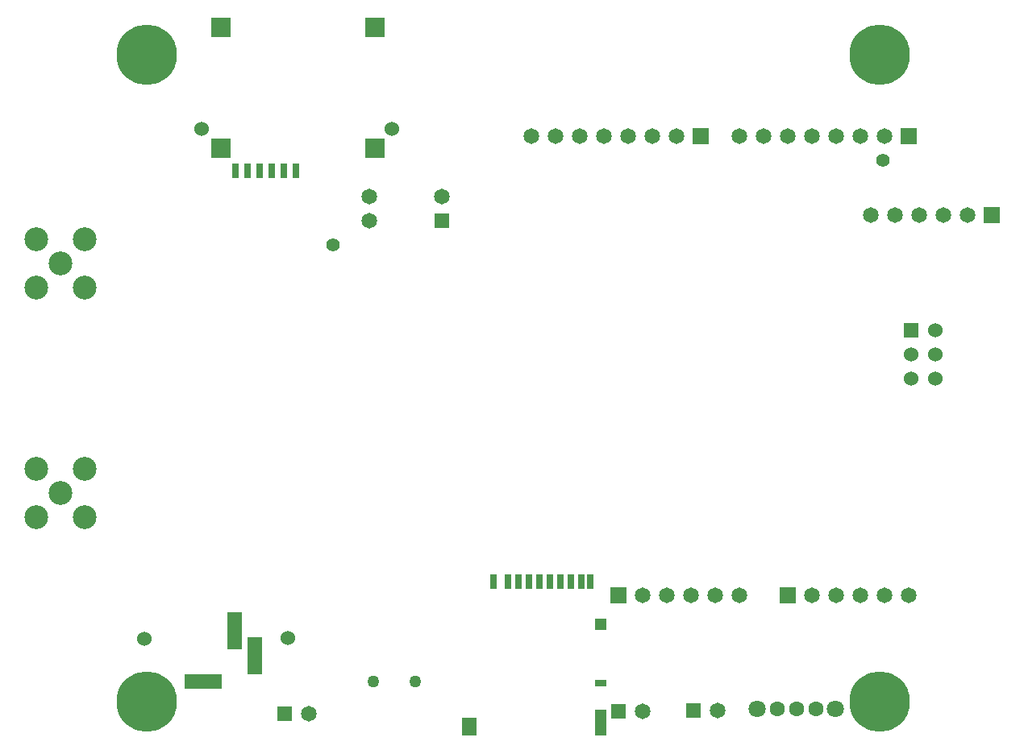
<source format=gbs>
*
%LPD*%
%LNSABOTEN3G-MB*%
%FSLAX25Y25*%
%MOIN*%
%AD*%
%AD*%
%ADD19C,0.25*%
%ADD20R,0.065X0.065*%
%ADD21C,0.065*%
%ADD25R,0.06X0.06*%
%ADD26C,0.06*%
%ADD31R,0.078740157X0.078740157*%
%ADD41R,0.064959843X0.064959843*%
%ADD42C,0.064959843*%
%ADD64C,0.098429921*%
%ADD65C,0.062990157*%
%ADD68C,0.070870079*%
%ADD69C,0.055*%
%ADD80C,0.05*%
%ADD130R,0.157479921X0.059059843*%
%ADD131R,0.059059843X0.157479921*%
%ADD135R,0.027559843X0.059059843*%
%ADD136R,0.047240157X0.0315*%
%ADD137R,0.047240157X0.047240157*%
%ADD138R,0.047240157X0.110240157*%
%ADD139R,0.062990157X0.0748*%
G54D19*
%SRX1Y1I0.0J0.0*%
G1X365138Y-295716D3*
G1X62075Y-27999D3*
G1X365138Y-27999D3*
G1X62075Y-295716D3*
G54D20*
G1X257075Y-251716D3*
G1X291075Y-61716D3*
G1X327075Y-251716D3*
G1X377075Y-61716D3*
G1X411575Y-94216D3*
G54D21*
G1X267075Y-251716D3*
G1X277075Y-251716D3*
G1X287075Y-251716D3*
G1X297075Y-251716D3*
G1X307075Y-251716D3*
G1X281075Y-61716D3*
G1X271075Y-61716D3*
G1X261075Y-61716D3*
G1X251075Y-61716D3*
G1X241075Y-61716D3*
G1X231075Y-61716D3*
G1X221075Y-61716D3*
G1X337075Y-251716D3*
G1X347075Y-251716D3*
G1X357075Y-251716D3*
G1X367075Y-251716D3*
G1X377075Y-251716D3*
G1X367075Y-61716D3*
G1X357075Y-61716D3*
G1X347075Y-61716D3*
G1X337075Y-61716D3*
G1X327075Y-61716D3*
G1X317075Y-61716D3*
G1X307075Y-61716D3*
G1X401575Y-94216D3*
G1X391575Y-94216D3*
G1X381575Y-94216D3*
G1X371575Y-94216D3*
G1X361575Y-94216D3*
G54D25*
G1X378075Y-141916D3*
G54D26*
G1X163593Y-58816D3*
G1X84853Y-58816D3*
G1X120475Y-269416D3*
G1X61075Y-269516D3*
G1X388075Y-141916D3*
G1X378075Y-151916D3*
G1X388075Y-151916D3*
G1X378075Y-161916D3*
G1X388075Y-161916D3*
G54D31*
G1X92795Y-66716D3*
G1X156575Y-66716D3*
G1X92795Y-16794D3*
G1X156575Y-16794D3*
G54D41*
G1X257375Y-299716D3*
G1X288375Y-299316D3*
G1X184075Y-96716D3*
G1X119275Y-300816D3*
G54D42*
G1X267217Y-299716D3*
G1X298217Y-299316D3*
G1X184075Y-86716D3*
G1X154075Y-86716D3*
G1X154075Y-96716D3*
G1X129117Y-300816D3*
G54D64*
G1X26575Y-209216D3*
G1X36575Y-219216D3*
G1X36575Y-199216D3*
G1X16575Y-219216D3*
G1X16575Y-199216D3*
G1X26575Y-114216D3*
G1X36575Y-124216D3*
G1X36575Y-104216D3*
G1X16575Y-124216D3*
G1X16575Y-104216D3*
G54D65*
G1X338749Y-298616D3*
G1X330875Y-298616D3*
G1X323001Y-298616D3*
G54D68*
G1X314733Y-298616D3*
G1X347016Y-298616D3*
G54D69*
G1X366575Y-71716D3*
G1X139075Y-106716D3*
G54D80*
G1X173136Y-287173D3*
G1X155813Y-287173D3*
G54D130*
G1X85475Y-287416D3*
G54D131*
G1X98575Y-266316D3*
G1X106775Y-276616D3*
G54D135*
G1X211575Y-246125D3*
G1X215905Y-246125D3*
G1X220236Y-246125D3*
G1X224567Y-246125D3*
G1X228897Y-246125D3*
G1X233228Y-246125D3*
G1X237559Y-246125D3*
G1X241890Y-246125D3*
G1X245630Y-246125D3*
G1X205472Y-246125D3*
G1X98937Y-75968D3*
G1X103937Y-75968D3*
G1X108937Y-75968D3*
G1X113937Y-75968D3*
G1X118937Y-75968D3*
G1X123937Y-75968D3*
G54D136*
G1X249764Y-288054D3*
G54D137*
G1X249764Y-263645D3*
G54D138*
G1X249764Y-304393D3*
G54D139*
G1X195630Y-306164D3*
M2*

</source>
